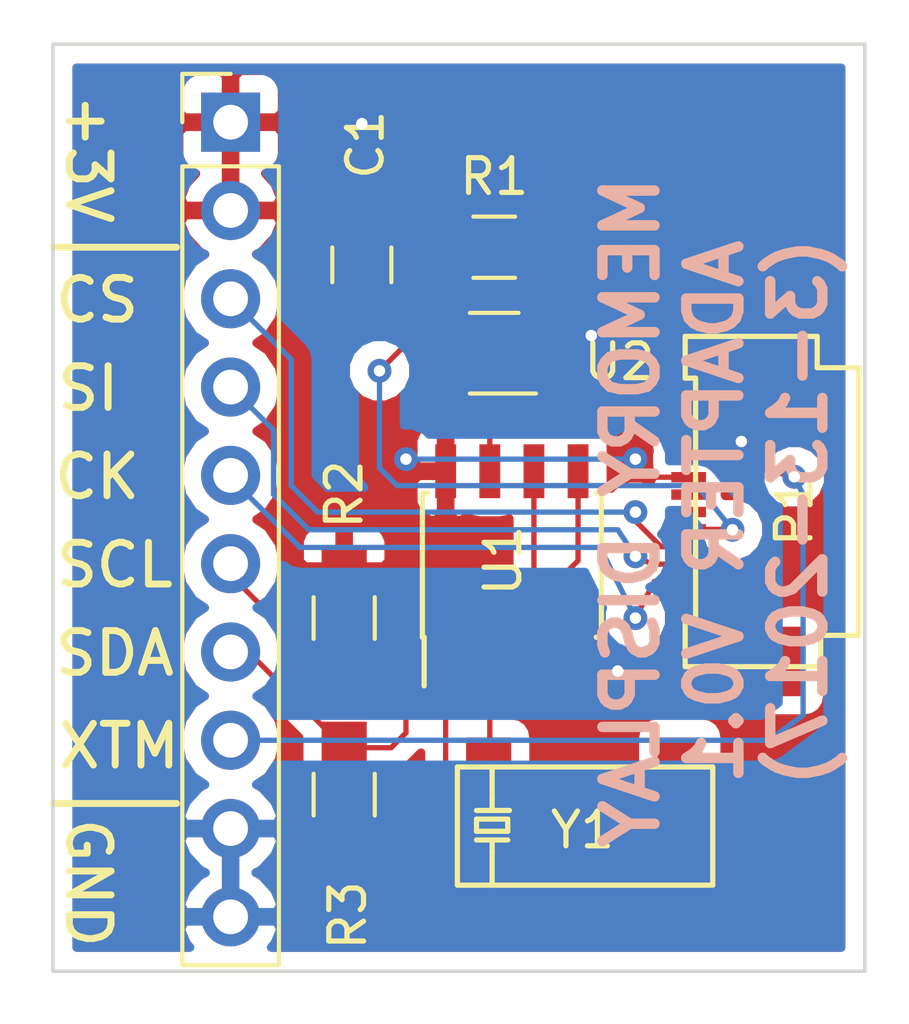
<source format=kicad_pcb>
(kicad_pcb (version 4) (host pcbnew 4.0.5)

  (general
    (links 30)
    (no_connects 0)
    (area 145.796 56.2166 189.413352 101.6114)
    (thickness 1.6002)
    (drawings 15)
    (tracks 92)
    (zones 0)
    (modules 9)
    (nets 14)
  )

  (page A4)
  (layers
    (0 F.Cu signal)
    (31 B.Cu signal)
    (33 F.Adhes user)
    (34 B.Paste user)
    (35 F.Paste user)
    (36 B.SilkS user)
    (37 F.SilkS user)
    (38 B.Mask user)
    (39 F.Mask user)
    (40 Dwgs.User user)
    (41 Cmts.User user)
    (42 Eco1.User user)
    (43 Eco2.User user)
    (44 Edge.Cuts user)
    (45 Margin user)
    (47 F.CrtYd user)
    (49 F.Fab user hide)
  )

  (setup
    (last_trace_width 0.1524)
    (trace_clearance 0.1524)
    (zone_clearance 0.508)
    (zone_45_only no)
    (trace_min 0.1524)
    (segment_width 0.2)
    (edge_width 0.1)
    (via_size 0.6858)
    (via_drill 0.3302)
    (via_min_size 0.6858)
    (via_min_drill 0.3302)
    (uvia_size 0.762)
    (uvia_drill 0.508)
    (uvias_allowed no)
    (uvia_min_size 0)
    (uvia_min_drill 0)
    (pcb_text_width 0.3)
    (pcb_text_size 1.5 1.5)
    (mod_edge_width 0.15)
    (mod_text_size 1 1)
    (mod_text_width 0.15)
    (pad_size 1.5 1.5)
    (pad_drill 0.6)
    (pad_to_mask_clearance 0)
    (aux_axis_origin 0 0)
    (visible_elements 7FFFFFFF)
    (pcbplotparams
      (layerselection 0x010f0_80000001)
      (usegerberextensions true)
      (excludeedgelayer true)
      (linewidth 0.100000)
      (plotframeref false)
      (viasonmask false)
      (mode 1)
      (useauxorigin false)
      (hpglpennumber 1)
      (hpglpenspeed 20)
      (hpglpendiameter 15)
      (hpglpenoverlay 2)
      (psnegative false)
      (psa4output false)
      (plotreference true)
      (plotvalue true)
      (plotinvisibletext false)
      (padsonsilk false)
      (subtractmaskfromsilk false)
      (outputformat 1)
      (mirror false)
      (drillshape 0)
      (scaleselection 1)
      (outputdirectory C:/Users/dell/Documents/KiCad/mem_disp_adaptor/gerber/))
  )

  (net 0 "")
  (net 1 "(+3.3)")
  (net 2 "(GND)")
  (net 3 VCOM)
  (net 4 SCL)
  (net 5 SDA)
  (net 6 "Net-(R1-Pad2)")
  (net 7 "Net-(U2-Pad1)")
  (net 8 SPI_CS)
  (net 9 SPI_SI)
  (net 10 SPI_CLK)
  (net 11 EXTMODE)
  (net 12 "Net-(U1-Pad1)")
  (net 13 "Net-(U1-Pad2)")

  (net_class Default "This is the default net class."
    (clearance 0.1524)
    (trace_width 0.1524)
    (via_dia 0.6858)
    (via_drill 0.3302)
    (uvia_dia 0.762)
    (uvia_drill 0.508)
    (add_net "(+3.3)")
    (add_net "(GND)")
    (add_net EXTMODE)
    (add_net "Net-(R1-Pad2)")
    (add_net "Net-(U1-Pad1)")
    (add_net "Net-(U1-Pad2)")
    (add_net "Net-(U2-Pad1)")
    (add_net SCL)
    (add_net SDA)
    (add_net SPI_CLK)
    (add_net SPI_CS)
    (add_net SPI_SI)
    (add_net VCOM)
  )

  (module Housings_SOIC:SOIC-8_3.9x4.9mm_Pitch1.27mm (layer F.Cu) (tedit 58C5F624) (tstamp 58BF6801)
    (at 160.528 86.106 90)
    (descr "8-Lead Plastic Small Outline (SN) - Narrow, 3.90 mm Body [SOIC] (see Microchip Packaging Specification 00000049BS.pdf)")
    (tags "SOIC 1.27")
    (path /58BA2295)
    (attr smd)
    (fp_text reference U1 (at 0.13 -0.256 90) (layer F.SilkS)
      (effects (font (size 1 1) (thickness 0.15)))
    )
    (fp_text value MCP7940N-I/SN (at -12.446 22.352 180) (layer F.Fab) hide
      (effects (font (size 1 1) (thickness 0.15)))
    )
    (fp_line (start -0.95 -2.45) (end 1.95 -2.45) (layer F.Fab) (width 0.15))
    (fp_line (start 1.95 -2.45) (end 1.95 2.45) (layer F.Fab) (width 0.15))
    (fp_line (start 1.95 2.45) (end -1.95 2.45) (layer F.Fab) (width 0.15))
    (fp_line (start -1.95 2.45) (end -1.95 -1.45) (layer F.Fab) (width 0.15))
    (fp_line (start -1.95 -1.45) (end -0.95 -2.45) (layer F.Fab) (width 0.15))
    (fp_line (start -3.75 -2.75) (end -3.75 2.75) (layer F.CrtYd) (width 0.05))
    (fp_line (start 3.75 -2.75) (end 3.75 2.75) (layer F.CrtYd) (width 0.05))
    (fp_line (start -3.75 -2.75) (end 3.75 -2.75) (layer F.CrtYd) (width 0.05))
    (fp_line (start -3.75 2.75) (end 3.75 2.75) (layer F.CrtYd) (width 0.05))
    (fp_line (start -2.075 -2.575) (end -2.075 -2.525) (layer F.SilkS) (width 0.15))
    (fp_line (start 2.075 -2.575) (end 2.075 -2.43) (layer F.SilkS) (width 0.15))
    (fp_line (start 2.075 2.575) (end 2.075 2.43) (layer F.SilkS) (width 0.15))
    (fp_line (start -2.075 2.575) (end -2.075 2.43) (layer F.SilkS) (width 0.15))
    (fp_line (start -2.075 -2.575) (end 2.075 -2.575) (layer F.SilkS) (width 0.15))
    (fp_line (start -2.075 2.575) (end 2.075 2.575) (layer F.SilkS) (width 0.15))
    (fp_line (start -2.075 -2.525) (end -3.475 -2.525) (layer F.SilkS) (width 0.15))
    (pad 1 smd rect (at -2.7 -1.905 90) (size 1.55 0.6) (layers F.Cu F.Paste F.Mask)
      (net 12 "Net-(U1-Pad1)"))
    (pad 2 smd rect (at -2.7 -0.635 90) (size 1.55 0.6) (layers F.Cu F.Paste F.Mask)
      (net 13 "Net-(U1-Pad2)"))
    (pad 3 smd rect (at -2.7 0.635 90) (size 1.55 0.6) (layers F.Cu F.Paste F.Mask)
      (net 2 "(GND)"))
    (pad 4 smd rect (at -2.7 1.905 90) (size 1.55 0.6) (layers F.Cu F.Paste F.Mask)
      (net 2 "(GND)"))
    (pad 5 smd rect (at 2.7 1.905 90) (size 1.55 0.6) (layers F.Cu F.Paste F.Mask)
      (net 5 SDA))
    (pad 6 smd rect (at 2.7 0.635 90) (size 1.55 0.6) (layers F.Cu F.Paste F.Mask)
      (net 4 SCL))
    (pad 7 smd rect (at 2.7 -0.635 90) (size 1.55 0.6) (layers F.Cu F.Paste F.Mask)
      (net 6 "Net-(R1-Pad2)"))
    (pad 8 smd rect (at 2.7 -1.905 90) (size 1.55 0.6) (layers F.Cu F.Paste F.Mask)
      (net 1 "(+3.3)"))
    (model Housings_SOIC.3dshapes/SOIC-8_3.9x4.9mm_Pitch1.27mm.wrl
      (at (xyz 0 0 0))
      (scale (xyz 1 1 1))
      (rotate (xyz 0 0 0))
    )
  )

  (module Connector_FFC_FPC:MOLEX_0.5MM_505278 (layer F.Cu) (tedit 58C56277) (tstamp 58BF6BA1)
    (at 166.116 84.328 90)
    (path /58B48629)
    (fp_text reference P1 (at -0.254 2.54 90) (layer F.SilkS)
      (effects (font (size 1 1) (thickness 0.15)))
    )
    (fp_text value CONN_01X10 (at 5.842 13.462 180) (layer F.Fab) hide
      (effects (font (size 1 1) (thickness 0.15)))
    )
    (fp_line (start 2.5 -0.3) (end 3.6 -0.3) (layer F.SilkS) (width 0.15))
    (fp_line (start 3.6 -0.3) (end 3.6 -0.6) (layer F.SilkS) (width 0.15))
    (fp_line (start 3.6 -0.6) (end 4.8 -0.6) (layer F.SilkS) (width 0.15))
    (fp_line (start 4.8 -0.6) (end 4.8 3.2) (layer F.SilkS) (width 0.15))
    (fp_line (start 4.8 3.2) (end 3.9 3.2) (layer F.SilkS) (width 0.15))
    (fp_line (start 3.9 3.2) (end 3.9 4.4) (layer F.SilkS) (width 0.15))
    (fp_line (start 3.9 4.4) (end -3.8 4.4) (layer F.SilkS) (width 0.15))
    (fp_line (start -3.8 4.4) (end -3.8 3.3) (layer F.SilkS) (width 0.15))
    (fp_line (start -3.8 3.3) (end -4.7 3.3) (layer F.SilkS) (width 0.15))
    (fp_line (start -4.7 3.3) (end -4.7 -0.6) (layer F.SilkS) (width 0.15))
    (fp_line (start -4.7 -0.6) (end -3.4 -0.6) (layer F.SilkS) (width 0.15))
    (fp_line (start -3.4 -0.6) (end -3.4 -0.3) (layer F.SilkS) (width 0.15))
    (fp_line (start -3.4 -0.3) (end 2.5 -0.3) (layer F.SilkS) (width 0.15))
    (pad 5 smd rect (at -0.25 -0.5 90) (size 0.3 1) (layers F.Cu F.Paste F.Mask)
      (net 1 "(+3.3)"))
    (pad 4 smd rect (at -0.75 -0.5 90) (size 0.3 1) (layers F.Cu F.Paste F.Mask)
      (net 3 VCOM))
    (pad 3 smd rect (at -1.25 -0.5 90) (size 0.3 1) (layers F.Cu F.Paste F.Mask)
      (net 8 SPI_CS))
    (pad 2 smd rect (at -1.75 -0.5 90) (size 0.3 1) (layers F.Cu F.Paste F.Mask)
      (net 9 SPI_SI))
    (pad 1 smd rect (at -2.25 -0.5 90) (size 0.3 1) (layers F.Cu F.Paste F.Mask)
      (net 10 SPI_CLK))
    (pad 6 smd rect (at 0.25 -0.5 90) (size 0.3 1) (layers F.Cu F.Paste F.Mask)
      (net 1 "(+3.3)"))
    (pad 7 smd rect (at 0.75 -0.5 90) (size 0.3 1) (layers F.Cu F.Paste F.Mask)
      (net 1 "(+3.3)"))
    (pad 8 smd rect (at 1.25 -0.5 90) (size 0.3 1) (layers F.Cu F.Paste F.Mask)
      (net 11 EXTMODE))
    (pad 9 smd rect (at 1.75 -0.5 90) (size 0.3 1) (layers F.Cu F.Paste F.Mask)
      (net 2 "(GND)"))
    (pad 10 smd rect (at 2.25 -0.5 90) (size 0.3 1) (layers F.Cu F.Paste F.Mask)
      (net 2 "(GND)"))
    (pad 11 smd rect (at -4.55 2.2 90) (size 2 1.3) (layers F.Cu F.Paste F.Mask))
    (pad 12 smd rect (at 4.55 2.2 90) (size 2 1.3) (layers F.Cu F.Paste F.Mask))
  )

  (module Capacitors_SMD:C_0805_HandSoldering (layer F.Cu) (tedit 58C5F627) (tstamp 58BCC1C3)
    (at 156.21 77.47 90)
    (descr "Capacitor SMD 0805, hand soldering")
    (tags "capacitor 0805")
    (path /58B4E5B2)
    (attr smd)
    (fp_text reference C1 (at 3.454 0.102 90) (layer F.SilkS)
      (effects (font (size 1 1) (thickness 0.15)))
    )
    (fp_text value 0.1uF (at 10.566 0.61 180) (layer F.Fab) hide
      (effects (font (size 1 1) (thickness 0.15)))
    )
    (fp_text user %R (at 9.906 14.224 90) (layer F.Fab) hide
      (effects (font (size 1 1) (thickness 0.15)))
    )
    (fp_line (start -1 0.62) (end -1 -0.62) (layer F.Fab) (width 0.1))
    (fp_line (start 1 0.62) (end -1 0.62) (layer F.Fab) (width 0.1))
    (fp_line (start 1 -0.62) (end 1 0.62) (layer F.Fab) (width 0.1))
    (fp_line (start -1 -0.62) (end 1 -0.62) (layer F.Fab) (width 0.1))
    (fp_line (start 0.5 -0.85) (end -0.5 -0.85) (layer F.SilkS) (width 0.12))
    (fp_line (start -0.5 0.85) (end 0.5 0.85) (layer F.SilkS) (width 0.12))
    (fp_line (start -2.25 -0.88) (end 2.25 -0.88) (layer F.CrtYd) (width 0.05))
    (fp_line (start -2.25 -0.88) (end -2.25 0.87) (layer F.CrtYd) (width 0.05))
    (fp_line (start 2.25 0.87) (end 2.25 -0.88) (layer F.CrtYd) (width 0.05))
    (fp_line (start 2.25 0.87) (end -2.25 0.87) (layer F.CrtYd) (width 0.05))
    (pad 1 smd rect (at -1.25 0 90) (size 1.5 1.25) (layers F.Cu F.Paste F.Mask)
      (net 1 "(+3.3)"))
    (pad 2 smd rect (at 1.25 0 90) (size 1.5 1.25) (layers F.Cu F.Paste F.Mask)
      (net 2 "(GND)"))
    (model Capacitors_SMD.3dshapes/C_0805.wrl
      (at (xyz 0 0 0))
      (scale (xyz 1 1 1))
      (rotate (xyz 0 0 0))
    )
  )

  (module Resistors_SMD:R_0805_HandSoldering (layer F.Cu) (tedit 58C71B19) (tstamp 58BCC1F4)
    (at 160.02 76.962)
    (descr "Resistor SMD 0805, hand soldering")
    (tags "resistor 0805")
    (path /58BA5B73)
    (attr smd)
    (fp_text reference R1 (at 0 -2.032) (layer F.SilkS)
      (effects (font (size 1 1) (thickness 0.15)))
    )
    (fp_text value 1M (at 17.316 -12.658) (layer F.Fab) hide
      (effects (font (size 1 1) (thickness 0.15)))
    )
    (fp_text user %R (at 14.478 2.54) (layer F.Fab) hide
      (effects (font (size 1 1) (thickness 0.15)))
    )
    (fp_line (start -1 0.62) (end -1 -0.62) (layer F.Fab) (width 0.1))
    (fp_line (start 1 0.62) (end -1 0.62) (layer F.Fab) (width 0.1))
    (fp_line (start 1 -0.62) (end 1 0.62) (layer F.Fab) (width 0.1))
    (fp_line (start -1 -0.62) (end 1 -0.62) (layer F.Fab) (width 0.1))
    (fp_line (start 0.6 0.88) (end -0.6 0.88) (layer F.SilkS) (width 0.12))
    (fp_line (start -0.6 -0.88) (end 0.6 -0.88) (layer F.SilkS) (width 0.12))
    (fp_line (start -2.35 -0.9) (end 2.35 -0.9) (layer F.CrtYd) (width 0.05))
    (fp_line (start -2.35 -0.9) (end -2.35 0.9) (layer F.CrtYd) (width 0.05))
    (fp_line (start 2.35 0.9) (end 2.35 -0.9) (layer F.CrtYd) (width 0.05))
    (fp_line (start 2.35 0.9) (end -2.35 0.9) (layer F.CrtYd) (width 0.05))
    (pad 1 smd rect (at -1.35 0) (size 1.5 1.3) (layers F.Cu F.Paste F.Mask)
      (net 1 "(+3.3)"))
    (pad 2 smd rect (at 1.35 0) (size 1.5 1.3) (layers F.Cu F.Paste F.Mask)
      (net 6 "Net-(R1-Pad2)"))
    (model Resistors_SMD.3dshapes/R_0805.wrl
      (at (xyz 0 0 0))
      (scale (xyz 1 1 1))
      (rotate (xyz 0 0 0))
    )
  )

  (module TO_SOT_Packages_SMD:SOT-353_SC-70-5_Handsoldering (layer F.Cu) (tedit 58C0B4A9) (tstamp 58BCC209)
    (at 160.02 80.01 180)
    (descr "SOT-353, SC-70-5, Handsoldering")
    (path /58BA524F)
    (attr smd)
    (fp_text reference U2 (at -3.6 -0.248 180) (layer F.SilkS)
      (effects (font (size 1 1) (thickness 0.15)))
    )
    (fp_text value 74HC1G14GW (at -12.236 22.866 180) (layer F.Fab) hide
      (effects (font (size 1 1) (thickness 0.15)))
    )
    (fp_line (start 0.7 -1.16) (end -1.2 -1.16) (layer F.SilkS) (width 0.12))
    (fp_line (start -0.7 1.16) (end 0.7 1.16) (layer F.SilkS) (width 0.12))
    (fp_line (start 2.4 1.4) (end 2.4 -1.4) (layer F.CrtYd) (width 0.05))
    (fp_line (start -2.4 -1.4) (end -2.4 1.4) (layer F.CrtYd) (width 0.05))
    (fp_line (start -2.4 -1.4) (end 2.4 -1.4) (layer F.CrtYd) (width 0.05))
    (fp_line (start 0.675 -1.1) (end -0.175 -1.1) (layer F.Fab) (width 0.1))
    (fp_line (start -0.675 -0.6) (end -0.675 1.1) (layer F.Fab) (width 0.1))
    (fp_line (start -1.6 1.4) (end 1.6 1.4) (layer F.CrtYd) (width 0.05))
    (fp_line (start 0.675 -1.1) (end 0.675 1.1) (layer F.Fab) (width 0.1))
    (fp_line (start 0.675 1.1) (end -0.675 1.1) (layer F.Fab) (width 0.1))
    (fp_line (start -0.175 -1.1) (end -0.675 -0.6) (layer F.Fab) (width 0.1))
    (pad 1 smd rect (at -1.33 -0.65 180) (size 1.5 0.4) (layers F.Cu F.Paste F.Mask)
      (net 7 "Net-(U2-Pad1)"))
    (pad 2 smd rect (at -1.33 0 180) (size 1.5 0.4) (layers F.Cu F.Paste F.Mask)
      (net 6 "Net-(R1-Pad2)"))
    (pad 3 smd rect (at -1.33 0.65 180) (size 1.5 0.4) (layers F.Cu F.Paste F.Mask)
      (net 2 "(GND)"))
    (pad 4 smd rect (at 1.33 0.65 180) (size 1.5 0.4) (layers F.Cu F.Paste F.Mask)
      (net 3 VCOM))
    (pad 5 smd rect (at 1.33 -0.65 180) (size 1.5 0.4) (layers F.Cu F.Paste F.Mask)
      (net 1 "(+3.3)"))
    (model TO_SOT_Packages_SMD.3dshapes/SC-70-5.wrl
      (at (xyz 0 0 0))
      (scale (xyz 1 1 1))
      (rotate (xyz 0 0 0))
    )
  )

  (module Resistors_SMD:R_0805_HandSoldering (layer F.Cu) (tedit 58C55D9B) (tstamp 58BF5BED)
    (at 155.702 87.63 270)
    (descr "Resistor SMD 0805, hand soldering")
    (tags "resistor 0805")
    (path /58BF5DED)
    (attr smd)
    (fp_text reference R2 (at -3.556 0 270) (layer F.SilkS)
      (effects (font (size 1 1) (thickness 0.15)))
    )
    (fp_text value 4.7K (at -22.098 -6.604 360) (layer F.Fab) hide
      (effects (font (size 1 1) (thickness 0.15)))
    )
    (fp_text user %R (at 0 -1.7 270) (layer F.Fab)
      (effects (font (size 1 1) (thickness 0.15)))
    )
    (fp_line (start -1 0.62) (end -1 -0.62) (layer F.Fab) (width 0.1))
    (fp_line (start 1 0.62) (end -1 0.62) (layer F.Fab) (width 0.1))
    (fp_line (start 1 -0.62) (end 1 0.62) (layer F.Fab) (width 0.1))
    (fp_line (start -1 -0.62) (end 1 -0.62) (layer F.Fab) (width 0.1))
    (fp_line (start 0.6 0.88) (end -0.6 0.88) (layer F.SilkS) (width 0.12))
    (fp_line (start -0.6 -0.88) (end 0.6 -0.88) (layer F.SilkS) (width 0.12))
    (fp_line (start -2.35 -0.9) (end 2.35 -0.9) (layer F.CrtYd) (width 0.05))
    (fp_line (start -2.35 -0.9) (end -2.35 0.9) (layer F.CrtYd) (width 0.05))
    (fp_line (start 2.35 0.9) (end 2.35 -0.9) (layer F.CrtYd) (width 0.05))
    (fp_line (start 2.35 0.9) (end -2.35 0.9) (layer F.CrtYd) (width 0.05))
    (pad 1 smd rect (at -1.35 0 270) (size 1.5 1.3) (layers F.Cu F.Paste F.Mask)
      (net 1 "(+3.3)"))
    (pad 2 smd rect (at 1.35 0 270) (size 1.5 1.3) (layers F.Cu F.Paste F.Mask)
      (net 4 SCL))
    (model Resistors_SMD.3dshapes/R_0805.wrl
      (at (xyz 0 0 0))
      (scale (xyz 1 1 1))
      (rotate (xyz 0 0 0))
    )
  )

  (module Resistors_SMD:R_0805_HandSoldering (layer F.Cu) (tedit 58C56D22) (tstamp 58BF5BF3)
    (at 155.702 92.71 90)
    (descr "Resistor SMD 0805, hand soldering")
    (tags "resistor 0805")
    (path /58BF5D82)
    (attr smd)
    (fp_text reference R3 (at -3.472 0.102 90) (layer F.SilkS)
      (effects (font (size 1 1) (thickness 0.15)))
    )
    (fp_text value 4.7K (at 27.178 10.16 180) (layer F.Fab) hide
      (effects (font (size 1 1) (thickness 0.15)))
    )
    (fp_text user %R (at -8.382 1.27 180) (layer F.Fab) hide
      (effects (font (size 1 1) (thickness 0.15)))
    )
    (fp_line (start -1 0.62) (end -1 -0.62) (layer F.Fab) (width 0.1))
    (fp_line (start 1 0.62) (end -1 0.62) (layer F.Fab) (width 0.1))
    (fp_line (start 1 -0.62) (end 1 0.62) (layer F.Fab) (width 0.1))
    (fp_line (start -1 -0.62) (end 1 -0.62) (layer F.Fab) (width 0.1))
    (fp_line (start 0.6 0.88) (end -0.6 0.88) (layer F.SilkS) (width 0.12))
    (fp_line (start -0.6 -0.88) (end 0.6 -0.88) (layer F.SilkS) (width 0.12))
    (fp_line (start -2.35 -0.9) (end 2.35 -0.9) (layer F.CrtYd) (width 0.05))
    (fp_line (start -2.35 -0.9) (end -2.35 0.9) (layer F.CrtYd) (width 0.05))
    (fp_line (start 2.35 0.9) (end 2.35 -0.9) (layer F.CrtYd) (width 0.05))
    (fp_line (start 2.35 0.9) (end -2.35 0.9) (layer F.CrtYd) (width 0.05))
    (pad 1 smd rect (at -1.35 0 90) (size 1.5 1.3) (layers F.Cu F.Paste F.Mask)
      (net 1 "(+3.3)"))
    (pad 2 smd rect (at 1.35 0 90) (size 1.5 1.3) (layers F.Cu F.Paste F.Mask)
      (net 5 SDA))
    (model Resistors_SMD.3dshapes/R_0805.wrl
      (at (xyz 0 0 0))
      (scale (xyz 1 1 1))
      (rotate (xyz 0 0 0))
    )
  )

  (module Pin_Headers:Pin_Header_Straight_1x10_Pitch2.54mm (layer F.Cu) (tedit 58C71AE1) (tstamp 58BF6BAF)
    (at 152.433333 73.365)
    (descr "Through hole straight pin header, 1x10, 2.54mm pitch, single row")
    (tags "Through hole pin header THT 1x10 2.54mm single row")
    (path /58BB7F6B)
    (fp_text reference P2 (at -0.287333 -6.817) (layer F.SilkS) hide
      (effects (font (size 1 1) (thickness 0.15)))
    )
    (fp_text value CONN_01X10 (at 29.938667 27.219) (layer F.Fab) hide
      (effects (font (size 1 1) (thickness 0.15)))
    )
    (fp_line (start -1.27 -1.27) (end -1.27 24.13) (layer F.Fab) (width 0.1))
    (fp_line (start -1.27 24.13) (end 1.27 24.13) (layer F.Fab) (width 0.1))
    (fp_line (start 1.27 24.13) (end 1.27 -1.27) (layer F.Fab) (width 0.1))
    (fp_line (start 1.27 -1.27) (end -1.27 -1.27) (layer F.Fab) (width 0.1))
    (fp_line (start -1.39 1.27) (end -1.39 24.25) (layer F.SilkS) (width 0.12))
    (fp_line (start -1.39 24.25) (end 1.39 24.25) (layer F.SilkS) (width 0.12))
    (fp_line (start 1.39 24.25) (end 1.39 1.27) (layer F.SilkS) (width 0.12))
    (fp_line (start 1.39 1.27) (end -1.39 1.27) (layer F.SilkS) (width 0.12))
    (fp_line (start -1.39 0) (end -1.39 -1.39) (layer F.SilkS) (width 0.12))
    (fp_line (start -1.39 -1.39) (end 0 -1.39) (layer F.SilkS) (width 0.12))
    (fp_line (start -1.6 -1.6) (end -1.6 24.4) (layer F.CrtYd) (width 0.05))
    (fp_line (start -1.6 24.4) (end 1.6 24.4) (layer F.CrtYd) (width 0.05))
    (fp_line (start 1.6 24.4) (end 1.6 -1.6) (layer F.CrtYd) (width 0.05))
    (fp_line (start 1.6 -1.6) (end -1.6 -1.6) (layer F.CrtYd) (width 0.05))
    (pad 1 thru_hole rect (at 0 0) (size 1.7 1.7) (drill 1) (layers *.Cu *.Mask)
      (net 1 "(+3.3)"))
    (pad 2 thru_hole oval (at 0 2.54) (size 1.7 1.7) (drill 1) (layers *.Cu *.Mask)
      (net 1 "(+3.3)"))
    (pad 3 thru_hole oval (at 0 5.08) (size 1.7 1.7) (drill 1) (layers *.Cu *.Mask)
      (net 8 SPI_CS))
    (pad 4 thru_hole oval (at 0 7.62) (size 1.7 1.7) (drill 1) (layers *.Cu *.Mask)
      (net 9 SPI_SI))
    (pad 5 thru_hole oval (at 0 10.16) (size 1.7 1.7) (drill 1) (layers *.Cu *.Mask)
      (net 10 SPI_CLK))
    (pad 6 thru_hole oval (at 0 12.7) (size 1.7 1.7) (drill 1) (layers *.Cu *.Mask)
      (net 4 SCL))
    (pad 7 thru_hole oval (at 0 15.24) (size 1.7 1.7) (drill 1) (layers *.Cu *.Mask)
      (net 5 SDA))
    (pad 8 thru_hole oval (at 0 17.78) (size 1.7 1.7) (drill 1) (layers *.Cu *.Mask)
      (net 11 EXTMODE))
    (pad 9 thru_hole oval (at 0 20.32) (size 1.7 1.7) (drill 1) (layers *.Cu *.Mask)
      (net 2 "(GND)"))
    (pad 10 thru_hole oval (at 0 22.86) (size 1.7 1.7) (drill 1) (layers *.Cu *.Mask)
      (net 2 "(GND)"))
    (model Pin_Headers.3dshapes/Pin_Header_Straight_1x10_Pitch2.54mm.wrl
      (at (xyz 0 -0.45 0))
      (scale (xyz 1 1 1))
      (rotate (xyz 0 0 90))
    )
  )

  (module Crystals:Crystal_SMD_Citizen_CM200C_7.9_x_3.7 (layer F.Cu) (tedit 58C71B0E) (tstamp 58C0F897)
    (at 162.56 92.964)
    (path /58BA2874)
    (fp_text reference Y1 (at 0 0.762) (layer F.SilkS)
      (effects (font (size 1 1) (thickness 0.15)))
    )
    (fp_text value 32.768kHz (at 17.526 -16.51 180) (layer F.Fab) hide
      (effects (font (size 1 1) (thickness 0.15)))
    )
    (fp_line (start 3.85 -2.1) (end 3.85 -1.95) (layer F.CrtYd) (width 0.05))
    (fp_line (start 3.85 3.25) (end 3.85 3.4) (layer F.CrtYd) (width 0.05))
    (fp_line (start -3.7 3.25) (end -3.7 3.4) (layer F.CrtYd) (width 0.05))
    (fp_line (start -3.7 -2.1) (end -3.7 -1.95) (layer F.CrtYd) (width 0.05))
    (fp_line (start 3.85 -1.95) (end 3.85 3.25) (layer F.CrtYd) (width 0.05))
    (fp_line (start 3.85 3.4) (end -3.7 3.4) (layer F.CrtYd) (width 0.05))
    (fp_line (start -3.7 3.25) (end -3.7 -1.95) (layer F.CrtYd) (width 0.05))
    (fp_line (start -3.7 -2.1) (end 3.85 -2.1) (layer F.CrtYd) (width 0.05))
    (fp_line (start -2.6 1.45) (end -2.6 1.05) (layer F.SilkS) (width 0.15))
    (fp_line (start -2.6 -0.2) (end -2.6 0.2) (layer F.SilkS) (width 0.15))
    (fp_line (start -3.05 1.05) (end -2.15 1.05) (layer F.SilkS) (width 0.15))
    (fp_line (start -3.05 0.2) (end -2.1 0.2) (layer F.SilkS) (width 0.15))
    (fp_line (start -3.05 0.45) (end -2.15 0.45) (layer F.SilkS) (width 0.15))
    (fp_line (start -2.15 0.45) (end -2.15 0.8) (layer F.SilkS) (width 0.15))
    (fp_line (start -2.15 0.8) (end -3.05 0.8) (layer F.SilkS) (width 0.15))
    (fp_line (start -3.05 0.8) (end -3.05 0.45) (layer F.SilkS) (width 0.15))
    (fp_line (start -2.6 -0.1) (end -2.6 -1) (layer F.SilkS) (width 0.15))
    (fp_line (start -2.6 2.35) (end -2.6 1.35) (layer F.SilkS) (width 0.15))
    (fp_line (start -3.6 -1.05) (end 3.75 -1.05) (layer F.SilkS) (width 0.15))
    (fp_line (start 3.75 -1.05) (end 3.75 2.35) (layer F.SilkS) (width 0.15))
    (fp_line (start 3.75 2.35) (end -3.6 2.35) (layer F.SilkS) (width 0.15))
    (fp_line (start -3.6 2.35) (end -3.6 -1.05) (layer F.SilkS) (width 0.15))
    (pad 2 smd rect (at -2.7 -0.95) (size 1.3 1.9) (layers F.Cu F.Paste F.Mask)
      (net 13 "Net-(U1-Pad2)"))
    (pad 3 smd rect (at 2.8 -0.95) (size 1.3 1.9) (layers F.Cu F.Paste F.Mask))
    (pad 4 smd rect (at 2.8 2.25) (size 1.3 1.9) (layers F.Cu F.Paste F.Mask))
    (pad 1 smd rect (at -2.7 2.25) (size 1.3 1.9) (layers F.Cu F.Paste F.Mask)
      (net 12 "Net-(U1-Pad1)"))
  )

  (gr_text "MEMORY DISPLAY\nADAPTER V0.1\n(3-13-2017)" (at 166.37 84.582 90) (layer B.SilkS)
    (effects (font (size 1.5 1.5) (thickness 0.3)) (justify mirror))
  )
  (gr_line (start 150.876 76.962) (end 147.32 76.962) (angle 90) (layer F.SilkS) (width 0.2))
  (gr_line (start 150.876 92.964) (end 147.32 92.964) (angle 90) (layer F.SilkS) (width 0.2))
  (gr_line (start 170.688 97.79) (end 147.32 97.79) (angle 90) (layer Edge.Cuts) (width 0.1))
  (gr_line (start 170.688 71.12) (end 170.688 97.79) (angle 90) (layer Edge.Cuts) (width 0.1))
  (gr_line (start 147.32 71.12) (end 170.688 71.12) (angle 90) (layer Edge.Cuts) (width 0.1))
  (gr_line (start 147.32 97.79) (end 147.32 71.12) (angle 90) (layer Edge.Cuts) (width 0.1))
  (gr_text XTM (at 149.225 91.313) (layer F.SilkS)
    (effects (font (size 1.2 1.2) (thickness 0.2)))
  )
  (gr_text SDA (at 149.098 88.646) (layer F.SilkS)
    (effects (font (size 1.2 1.2) (thickness 0.2)))
  )
  (gr_text SCL (at 149.098 86.106) (layer F.SilkS)
    (effects (font (size 1.2 1.2) (thickness 0.2)))
  )
  (gr_text CK (at 148.59 83.566) (layer F.SilkS)
    (effects (font (size 1.2 1.2) (thickness 0.2)))
  )
  (gr_text SI (at 148.336 81.026) (layer F.SilkS)
    (effects (font (size 1.2 1.2) (thickness 0.2)))
  )
  (gr_text CS (at 148.59 78.486) (layer F.SilkS)
    (effects (font (size 1.2 1.2) (thickness 0.2)))
  )
  (gr_text +3V (at 148.336 74.422 270) (layer F.SilkS)
    (effects (font (size 1.2 1.2) (thickness 0.2)))
  )
  (gr_text GND (at 148.336 95.25 270) (layer F.SilkS)
    (effects (font (size 1.2 1.2) (thickness 0.2)))
  )

  (segment (start 165.616 83.578) (end 164.604 83.578) (width 0.1524) (layer F.Cu) (net 1))
  (via (at 157.48 83.058) (size 0.6858) (drill 0.3302) (layers F.Cu B.Cu) (net 1))
  (segment (start 164.084 83.058) (end 157.48 83.058) (width 0.1524) (layer B.Cu) (net 1) (tstamp 58C71A51))
  (via (at 164.084 83.058) (size 0.6858) (drill 0.3302) (layers F.Cu B.Cu) (net 1))
  (segment (start 164.604 83.578) (end 164.084 83.058) (width 0.1524) (layer F.Cu) (net 1) (tstamp 58C71A3D))
  (segment (start 165.616 84.578) (end 165.616 84.078) (width 0.1524) (layer F.Cu) (net 1))
  (segment (start 165.616 83.578) (end 165.616 84.078) (width 0.1524) (layer F.Cu) (net 1))
  (segment (start 161.35 79.36) (end 162.672 79.36) (width 0.1524) (layer F.Cu) (net 2))
  (via (at 162.814 79.502) (size 0.6858) (drill 0.3302) (layers F.Cu B.Cu) (net 2))
  (segment (start 162.672 79.36) (end 162.814 79.502) (width 0.1524) (layer F.Cu) (net 2) (tstamp 58C71954))
  (segment (start 161.163 88.806) (end 162.433 88.806) (width 0.1524) (layer F.Cu) (net 2))
  (segment (start 162.433 88.806) (end 163.228 88.806) (width 0.1524) (layer F.Cu) (net 2))
  (via (at 163.576 89.154) (size 0.6858) (drill 0.3302) (layers F.Cu B.Cu) (net 2))
  (segment (start 163.228 88.806) (end 163.576 89.154) (width 0.1524) (layer F.Cu) (net 2) (tstamp 58C71906))
  (segment (start 165.616 82.578) (end 167.104 82.578) (width 0.1524) (layer F.Cu) (net 2))
  (via (at 167.132 82.55) (size 0.6858) (drill 0.3302) (layers F.Cu B.Cu) (net 2))
  (segment (start 167.104 82.578) (end 167.132 82.55) (width 0.1524) (layer F.Cu) (net 2) (tstamp 58C7145D))
  (segment (start 165.616 82.078) (end 165.616 82.578) (width 0.1524) (layer F.Cu) (net 2))
  (segment (start 156.21 76.22) (end 156.21 73.406) (width 0.1524) (layer F.Cu) (net 2))
  (via (at 156.21 73.406) (size 0.6858) (drill 0.3302) (layers F.Cu B.Cu) (net 2))
  (segment (start 165.616 85.078) (end 166.866 85.078) (width 0.1524) (layer F.Cu) (net 3))
  (segment (start 157.876 79.36) (end 158.69 79.36) (width 0.1524) (layer F.Cu) (net 3) (tstamp 58C717B2))
  (segment (start 156.718 80.518) (end 157.876 79.36) (width 0.1524) (layer F.Cu) (net 3) (tstamp 58C717B1))
  (via (at 156.718 80.518) (size 0.6858) (drill 0.3302) (layers F.Cu B.Cu) (net 3))
  (segment (start 156.718 83.312) (end 156.718 80.518) (width 0.1524) (layer B.Cu) (net 3) (tstamp 58C7179D))
  (segment (start 157.226 83.82) (end 156.718 83.312) (width 0.1524) (layer B.Cu) (net 3) (tstamp 58C7179B))
  (segment (start 165.862 83.82) (end 157.226 83.82) (width 0.1524) (layer B.Cu) (net 3) (tstamp 58C7178C))
  (segment (start 166.878 85.09) (end 165.862 83.82) (width 0.1524) (layer B.Cu) (net 3) (tstamp 58C7178B))
  (via (at 166.878 85.09) (size 0.6858) (drill 0.3302) (layers F.Cu B.Cu) (net 3))
  (segment (start 166.866 85.078) (end 166.878 85.09) (width 0.1524) (layer F.Cu) (net 3) (tstamp 58C71787))
  (segment (start 161.163 83.406) (end 161.163 86.487) (width 0.1524) (layer F.Cu) (net 4))
  (segment (start 157.988 87.122) (end 156.13 88.98) (width 0.1524) (layer F.Cu) (net 4) (tstamp 58C716C6))
  (segment (start 160.528 87.122) (end 157.988 87.122) (width 0.1524) (layer F.Cu) (net 4) (tstamp 58C716B6))
  (segment (start 161.163 86.487) (end 160.528 87.122) (width 0.1524) (layer F.Cu) (net 4) (tstamp 58C716AF))
  (segment (start 156.13 88.98) (end 155.702 88.98) (width 0.1524) (layer F.Cu) (net 4) (tstamp 58C716CE))
  (segment (start 155.702 88.98) (end 156.036 88.98) (width 0.1524) (layer F.Cu) (net 4))
  (segment (start 152.433333 86.065) (end 152.433333 86.393333) (width 0.1524) (layer F.Cu) (net 4))
  (segment (start 152.433333 86.393333) (end 155.02 88.98) (width 0.1524) (layer F.Cu) (net 4) (tstamp 58C56A41))
  (segment (start 155.02 88.98) (end 155.702 88.98) (width 0.1524) (layer F.Cu) (net 4) (tstamp 58C56A47))
  (segment (start 162.433 83.406) (end 162.433 85.979) (width 0.1524) (layer F.Cu) (net 5))
  (segment (start 157.052 91.36) (end 155.702 91.36) (width 0.1524) (layer F.Cu) (net 5) (tstamp 58C716A7))
  (segment (start 157.48 90.932) (end 157.052 91.36) (width 0.1524) (layer F.Cu) (net 5) (tstamp 58C716A5))
  (segment (start 157.48 88.138) (end 157.48 90.932) (width 0.1524) (layer F.Cu) (net 5) (tstamp 58C716A2))
  (segment (start 157.988 87.63) (end 157.48 88.138) (width 0.1524) (layer F.Cu) (net 5) (tstamp 58C7169F))
  (segment (start 160.782 87.63) (end 157.988 87.63) (width 0.1524) (layer F.Cu) (net 5) (tstamp 58C7169A))
  (segment (start 162.433 85.979) (end 160.782 87.63) (width 0.1524) (layer F.Cu) (net 5) (tstamp 58C7168E))
  (segment (start 152.433333 88.605) (end 152.947 88.605) (width 0.1524) (layer F.Cu) (net 5))
  (segment (start 152.947 88.605) (end 155.702 91.36) (width 0.1524) (layer F.Cu) (net 5) (tstamp 58C56A29))
  (segment (start 161.37 76.962) (end 161.036 76.962) (width 0.1524) (layer F.Cu) (net 6))
  (segment (start 161.036 76.962) (end 160.274 77.724) (width 0.1524) (layer F.Cu) (net 6) (tstamp 58C71737))
  (segment (start 160.274 77.724) (end 160.274 80.264) (width 0.1524) (layer F.Cu) (net 6) (tstamp 58C7174C))
  (segment (start 161.35 80.01) (end 160.528 80.01) (width 0.1524) (layer F.Cu) (net 6))
  (segment (start 159.893 82.423) (end 159.893 83.406) (width 0.1524) (layer F.Cu) (net 6) (tstamp 58C71724))
  (segment (start 160.274 82.042) (end 159.893 82.423) (width 0.1524) (layer F.Cu) (net 6) (tstamp 58C7171F))
  (segment (start 160.274 80.264) (end 160.274 82.042) (width 0.1524) (layer F.Cu) (net 6) (tstamp 58C7171B))
  (segment (start 160.528 80.01) (end 160.274 80.264) (width 0.1524) (layer F.Cu) (net 6) (tstamp 58C71717))
  (segment (start 165.616 85.578) (end 164.826 85.578) (width 0.1524) (layer F.Cu) (net 8))
  (segment (start 154.178 80.189667) (end 152.433333 78.445) (width 0.1524) (layer B.Cu) (net 8) (tstamp 58C71667))
  (segment (start 154.178 83.82) (end 154.178 80.189667) (width 0.1524) (layer B.Cu) (net 8) (tstamp 58C71665))
  (segment (start 154.94 84.582) (end 154.178 83.82) (width 0.1524) (layer B.Cu) (net 8) (tstamp 58C7165A))
  (segment (start 164.084 84.582) (end 154.94 84.582) (width 0.1524) (layer B.Cu) (net 8) (tstamp 58C71659))
  (via (at 164.084 84.582) (size 0.6858) (drill 0.3302) (layers F.Cu B.Cu) (net 8))
  (segment (start 164.084 84.836) (end 164.084 84.582) (width 0.1524) (layer F.Cu) (net 8) (tstamp 58C71652))
  (segment (start 164.826 85.578) (end 164.084 84.836) (width 0.1524) (layer F.Cu) (net 8) (tstamp 58C7164B))
  (segment (start 165.616 86.078) (end 164.564 86.078) (width 0.1524) (layer F.Cu) (net 9))
  (segment (start 153.67 82.221667) (end 152.433333 80.985) (width 0.1524) (layer B.Cu) (net 9) (tstamp 58C715FB))
  (segment (start 153.67 84.074) (end 153.67 82.221667) (width 0.1524) (layer B.Cu) (net 9) (tstamp 58C715F6))
  (segment (start 154.686 85.09) (end 153.67 84.074) (width 0.1524) (layer B.Cu) (net 9) (tstamp 58C715F2))
  (segment (start 163.576 85.09) (end 154.686 85.09) (width 0.1524) (layer B.Cu) (net 9) (tstamp 58C715EA))
  (segment (start 164.084 85.852) (end 163.576 85.09) (width 0.1524) (layer B.Cu) (net 9) (tstamp 58C715E9))
  (via (at 164.084 85.852) (size 0.6858) (drill 0.3302) (layers F.Cu B.Cu) (net 9))
  (segment (start 164.564 86.078) (end 164.084 85.852) (width 0.1524) (layer F.Cu) (net 9) (tstamp 58C715C9))
  (segment (start 152.433333 80.985) (end 153.121 80.985) (width 0.1524) (layer F.Cu) (net 9))
  (segment (start 165.616 86.578) (end 164.628 86.578) (width 0.1524) (layer F.Cu) (net 10))
  (segment (start 154.432 85.598) (end 152.433333 83.599333) (width 0.1524) (layer B.Cu) (net 10) (tstamp 58C715BD))
  (segment (start 163.068 85.598) (end 154.432 85.598) (width 0.1524) (layer B.Cu) (net 10) (tstamp 58C715AF))
  (segment (start 164.084 87.63) (end 163.068 85.598) (width 0.1524) (layer B.Cu) (net 10) (tstamp 58C715AE))
  (via (at 164.084 87.63) (size 0.6858) (drill 0.3302) (layers F.Cu B.Cu) (net 10))
  (segment (start 164.628 86.578) (end 164.084 87.63) (width 0.1524) (layer F.Cu) (net 10) (tstamp 58C715A5))
  (segment (start 152.433333 83.599333) (end 152.433333 83.525) (width 0.1524) (layer B.Cu) (net 10) (tstamp 58C715BF))
  (segment (start 165.616 83.078) (end 166.644 83.078) (width 0.1524) (layer F.Cu) (net 11))
  (segment (start 167.935 91.145) (end 152.433333 91.145) (width 0.1524) (layer B.Cu) (net 11) (tstamp 58C71803))
  (segment (start 168.91 90.424) (end 167.935 91.145) (width 0.1524) (layer B.Cu) (net 11) (tstamp 58C71800))
  (segment (start 168.91 84.074) (end 168.91 90.424) (width 0.1524) (layer B.Cu) (net 11) (tstamp 58C717E6))
  (segment (start 168.656 83.566) (end 168.91 84.074) (width 0.1524) (layer B.Cu) (net 11) (tstamp 58C717E5))
  (via (at 168.656 83.566) (size 0.6858) (drill 0.3302) (layers F.Cu B.Cu) (net 11))
  (segment (start 166.644 83.078) (end 168.656 83.566) (width 0.1524) (layer F.Cu) (net 11) (tstamp 58C717D9))
  (segment (start 158.623 88.806) (end 158.623 94.615) (width 0.1524) (layer F.Cu) (net 12))
  (segment (start 158.623 94.615) (end 159.222 95.214) (width 0.1524) (layer F.Cu) (net 12) (tstamp 58C714EE))
  (segment (start 159.222 95.214) (end 159.86 95.214) (width 0.1524) (layer F.Cu) (net 12) (tstamp 58C714EF))
  (segment (start 159.893 88.806) (end 159.893 91.981) (width 0.1524) (layer F.Cu) (net 13))
  (segment (start 159.893 91.981) (end 159.86 92.014) (width 0.1524) (layer F.Cu) (net 13) (tstamp 58C714F1))

  (zone (net 1) (net_name "(+3.3)") (layer F.Cu) (tstamp 58C713BE) (hatch edge 0.508)
    (connect_pads (clearance 0.508))
    (min_thickness 0.254)
    (fill yes (arc_segments 16) (thermal_gap 0.508) (thermal_bridge_width 0.508))
    (polygon
      (pts
        (xy 146.558 70.612) (xy 171.196 70.612) (xy 171.196 98.552) (xy 146.558 98.552)
      )
    )
    (filled_polygon
      (pts
        (xy 170.003 97.105) (xy 153.626106 97.105) (xy 153.834387 96.793285) (xy 153.947426 96.225) (xy 153.834387 95.656715)
        (xy 153.51248 95.174946) (xy 153.183307 94.955) (xy 153.51248 94.735054) (xy 153.772604 94.34575) (xy 154.417 94.34575)
        (xy 154.417 94.936309) (xy 154.513673 95.169698) (xy 154.692301 95.348327) (xy 154.92569 95.445) (xy 155.41625 95.445)
        (xy 155.575 95.28625) (xy 155.575 94.187) (xy 155.829 94.187) (xy 155.829 95.28625) (xy 155.98775 95.445)
        (xy 156.47831 95.445) (xy 156.711699 95.348327) (xy 156.890327 95.169698) (xy 156.987 94.936309) (xy 156.987 94.34575)
        (xy 156.82825 94.187) (xy 155.829 94.187) (xy 155.575 94.187) (xy 154.57575 94.187) (xy 154.417 94.34575)
        (xy 153.772604 94.34575) (xy 153.834387 94.253285) (xy 153.947426 93.685) (xy 153.834387 93.116715) (xy 153.51248 92.634946)
        (xy 153.183307 92.415) (xy 153.51248 92.195054) (xy 153.834387 91.713285) (xy 153.947426 91.145) (xy 153.834387 90.576715)
        (xy 153.676235 90.340024) (xy 154.40456 91.068349) (xy 154.40456 92.11) (xy 154.448838 92.345317) (xy 154.58791 92.561441)
        (xy 154.80011 92.706431) (xy 154.83349 92.713191) (xy 154.692301 92.771673) (xy 154.513673 92.950302) (xy 154.417 93.183691)
        (xy 154.417 93.77425) (xy 154.57575 93.933) (xy 155.575 93.933) (xy 155.575 93.913) (xy 155.829 93.913)
        (xy 155.829 93.933) (xy 156.82825 93.933) (xy 156.987 93.77425) (xy 156.987 93.183691) (xy 156.890327 92.950302)
        (xy 156.711699 92.771673) (xy 156.575713 92.715346) (xy 156.587317 92.713162) (xy 156.803441 92.57409) (xy 156.948431 92.36189)
        (xy 156.99944 92.11) (xy 156.99944 92.0712) (xy 157.052 92.0712) (xy 157.324165 92.017063) (xy 157.554894 91.862894)
        (xy 157.9118 91.505989) (xy 157.9118 94.615) (xy 157.965937 94.887165) (xy 158.120106 95.117894) (xy 158.56256 95.560348)
        (xy 158.56256 96.164) (xy 158.606838 96.399317) (xy 158.74591 96.615441) (xy 158.95811 96.760431) (xy 159.21 96.81144)
        (xy 160.51 96.81144) (xy 160.745317 96.767162) (xy 160.961441 96.62809) (xy 161.106431 96.41589) (xy 161.15744 96.164)
        (xy 161.15744 94.264) (xy 164.06256 94.264) (xy 164.06256 96.164) (xy 164.106838 96.399317) (xy 164.24591 96.615441)
        (xy 164.45811 96.760431) (xy 164.71 96.81144) (xy 166.01 96.81144) (xy 166.245317 96.767162) (xy 166.461441 96.62809)
        (xy 166.606431 96.41589) (xy 166.65744 96.164) (xy 166.65744 94.264) (xy 166.613162 94.028683) (xy 166.47409 93.812559)
        (xy 166.26189 93.667569) (xy 166.01 93.61656) (xy 164.71 93.61656) (xy 164.474683 93.660838) (xy 164.258559 93.79991)
        (xy 164.113569 94.01211) (xy 164.06256 94.264) (xy 161.15744 94.264) (xy 161.113162 94.028683) (xy 160.97409 93.812559)
        (xy 160.76189 93.667569) (xy 160.51 93.61656) (xy 159.3342 93.61656) (xy 159.3342 93.61144) (xy 160.51 93.61144)
        (xy 160.745317 93.567162) (xy 160.961441 93.42809) (xy 161.106431 93.21589) (xy 161.15744 92.964) (xy 161.15744 91.064)
        (xy 164.06256 91.064) (xy 164.06256 92.964) (xy 164.106838 93.199317) (xy 164.24591 93.415441) (xy 164.45811 93.560431)
        (xy 164.71 93.61144) (xy 166.01 93.61144) (xy 166.245317 93.567162) (xy 166.461441 93.42809) (xy 166.606431 93.21589)
        (xy 166.65744 92.964) (xy 166.65744 91.064) (xy 166.613162 90.828683) (xy 166.47409 90.612559) (xy 166.26189 90.467569)
        (xy 166.01 90.41656) (xy 164.71 90.41656) (xy 164.474683 90.460838) (xy 164.258559 90.59991) (xy 164.113569 90.81211)
        (xy 164.06256 91.064) (xy 161.15744 91.064) (xy 161.113162 90.828683) (xy 160.97409 90.612559) (xy 160.76189 90.467569)
        (xy 160.6042 90.435636) (xy 160.6042 90.17271) (xy 160.61111 90.177431) (xy 160.863 90.22844) (xy 161.463 90.22844)
        (xy 161.698317 90.184162) (xy 161.797528 90.120322) (xy 161.88111 90.177431) (xy 162.133 90.22844) (xy 162.733 90.22844)
        (xy 162.968317 90.184162) (xy 163.179553 90.048235) (xy 163.38063 90.13173) (xy 163.769663 90.132069) (xy 164.129212 89.983507)
        (xy 164.40454 89.708659) (xy 164.55373 89.34937) (xy 164.554069 88.960337) (xy 164.405507 88.600788) (xy 164.37332 88.568545)
        (xy 164.637212 88.459507) (xy 164.91254 88.184659) (xy 165.039876 87.878) (xy 167.01856 87.878) (xy 167.01856 89.878)
        (xy 167.062838 90.113317) (xy 167.20191 90.329441) (xy 167.41411 90.474431) (xy 167.666 90.52544) (xy 168.966 90.52544)
        (xy 169.201317 90.481162) (xy 169.417441 90.34209) (xy 169.562431 90.12989) (xy 169.61344 89.878) (xy 169.61344 87.878)
        (xy 169.569162 87.642683) (xy 169.43009 87.426559) (xy 169.21789 87.281569) (xy 168.966 87.23056) (xy 167.666 87.23056)
        (xy 167.430683 87.274838) (xy 167.214559 87.41391) (xy 167.069569 87.62611) (xy 167.01856 87.878) (xy 165.039876 87.878)
        (xy 165.06173 87.82537) (xy 165.062069 87.436337) (xy 165.029685 87.357961) (xy 165.116 87.37544) (xy 166.116 87.37544)
        (xy 166.351317 87.331162) (xy 166.567441 87.19209) (xy 166.712431 86.97989) (xy 166.76344 86.728) (xy 166.76344 86.428)
        (xy 166.743933 86.324329) (xy 166.76344 86.228) (xy 166.76344 86.0678) (xy 167.071663 86.068069) (xy 167.431212 85.919507)
        (xy 167.70654 85.644659) (xy 167.85573 85.28537) (xy 167.856069 84.896337) (xy 167.707507 84.536788) (xy 167.432659 84.26146)
        (xy 167.07337 84.11227) (xy 166.684337 84.111931) (xy 166.674143 84.116143) (xy 166.658344 84.078) (xy 166.751 83.854309)
        (xy 166.751 83.835773) (xy 167.816122 84.094113) (xy 167.826493 84.119212) (xy 168.101341 84.39454) (xy 168.46063 84.54373)
        (xy 168.849663 84.544069) (xy 169.209212 84.395507) (xy 169.48454 84.120659) (xy 169.63373 83.76137) (xy 169.634069 83.372337)
        (xy 169.485507 83.012788) (xy 169.210659 82.73746) (xy 168.85137 82.58827) (xy 168.462337 82.587931) (xy 168.158439 82.713499)
        (xy 168.109768 82.701694) (xy 168.110069 82.356337) (xy 167.961507 81.996788) (xy 167.686659 81.72146) (xy 167.32737 81.57227)
        (xy 166.938337 81.571931) (xy 166.703815 81.668833) (xy 166.58009 81.476559) (xy 166.36789 81.331569) (xy 166.116 81.28056)
        (xy 165.116 81.28056) (xy 164.880683 81.324838) (xy 164.664559 81.46391) (xy 164.519569 81.67611) (xy 164.46856 81.928)
        (xy 164.46856 82.228) (xy 164.488067 82.331671) (xy 164.46856 82.428) (xy 164.46856 82.728) (xy 164.488067 82.831671)
        (xy 164.46856 82.928) (xy 164.46856 83.228) (xy 164.481981 83.299324) (xy 164.481 83.301691) (xy 164.481 83.34425)
        (xy 164.492621 83.355871) (xy 164.512838 83.463317) (xy 164.579329 83.566646) (xy 164.577673 83.568302) (xy 164.521183 83.70468)
        (xy 164.27937 83.60427) (xy 163.890337 83.603931) (xy 163.530788 83.752493) (xy 163.38044 83.902579) (xy 163.38044 82.631)
        (xy 163.336162 82.395683) (xy 163.19709 82.179559) (xy 162.98489 82.034569) (xy 162.733 81.98356) (xy 162.133 81.98356)
        (xy 161.897683 82.027838) (xy 161.798472 82.091678) (xy 161.71489 82.034569) (xy 161.463 81.98356) (xy 160.9852 81.98356)
        (xy 160.9852 81.50744) (xy 162.1 81.50744) (xy 162.335317 81.463162) (xy 162.551441 81.32409) (xy 162.696431 81.11189)
        (xy 162.74744 80.86) (xy 162.74744 80.479842) (xy 163.007663 80.480069) (xy 163.367212 80.331507) (xy 163.64254 80.056659)
        (xy 163.79173 79.69737) (xy 163.792069 79.308337) (xy 163.643507 78.948788) (xy 163.473017 78.778) (xy 167.01856 78.778)
        (xy 167.01856 80.778) (xy 167.062838 81.013317) (xy 167.20191 81.229441) (xy 167.41411 81.374431) (xy 167.666 81.42544)
        (xy 168.966 81.42544) (xy 169.201317 81.381162) (xy 169.417441 81.24209) (xy 169.562431 81.02989) (xy 169.61344 80.778)
        (xy 169.61344 78.778) (xy 169.569162 78.542683) (xy 169.43009 78.326559) (xy 169.21789 78.181569) (xy 168.966 78.13056)
        (xy 167.666 78.13056) (xy 167.430683 78.174838) (xy 167.214559 78.31391) (xy 167.069569 78.52611) (xy 167.01856 78.778)
        (xy 163.473017 78.778) (xy 163.368659 78.67346) (xy 163.00937 78.52427) (xy 162.620337 78.523931) (xy 162.416901 78.607989)
        (xy 162.35189 78.563569) (xy 162.1 78.51256) (xy 160.9852 78.51256) (xy 160.9852 78.25944) (xy 162.12 78.25944)
        (xy 162.355317 78.215162) (xy 162.571441 78.07609) (xy 162.716431 77.86389) (xy 162.76744 77.612) (xy 162.76744 76.312)
        (xy 162.723162 76.076683) (xy 162.58409 75.860559) (xy 162.37189 75.715569) (xy 162.12 75.66456) (xy 160.62 75.66456)
        (xy 160.384683 75.708838) (xy 160.168559 75.84791) (xy 160.023569 76.06011) (xy 160.016809 76.09349) (xy 159.958327 75.952301)
        (xy 159.779698 75.773673) (xy 159.546309 75.677) (xy 158.95575 75.677) (xy 158.797 75.83575) (xy 158.797 76.835)
        (xy 158.817 76.835) (xy 158.817 77.089) (xy 158.797 77.089) (xy 158.797 78.08825) (xy 158.95575 78.247)
        (xy 159.546309 78.247) (xy 159.5628 78.240169) (xy 159.5628 78.537428) (xy 159.44 78.51256) (xy 157.94 78.51256)
        (xy 157.704683 78.556838) (xy 157.488559 78.69591) (xy 157.382882 78.850573) (xy 157.373105 78.857106) (xy 157.347231 78.882981)
        (xy 157.31125 78.847) (xy 156.337 78.847) (xy 156.337 78.867) (xy 156.083 78.867) (xy 156.083 78.847)
        (xy 155.10875 78.847) (xy 154.95 79.00575) (xy 154.95 79.596309) (xy 155.046673 79.829698) (xy 155.225301 80.008327)
        (xy 155.45869 80.105) (xy 155.830638 80.105) (xy 155.74027 80.32263) (xy 155.739931 80.711663) (xy 155.888493 81.071212)
        (xy 156.163341 81.34654) (xy 156.52263 81.49573) (xy 156.911663 81.496069) (xy 157.271212 81.347507) (xy 157.400962 81.217983)
        (xy 157.401673 81.219699) (xy 157.580302 81.398327) (xy 157.813691 81.495) (xy 158.40425 81.495) (xy 158.563 81.33625)
        (xy 158.563 80.76) (xy 158.543 80.76) (xy 158.543 80.56) (xy 158.563 80.56) (xy 158.563 80.513)
        (xy 158.817 80.513) (xy 158.817 80.56) (xy 158.837 80.56) (xy 158.837 80.76) (xy 158.817 80.76)
        (xy 158.817 81.33625) (xy 158.97575 81.495) (xy 159.5628 81.495) (xy 159.5628 81.747412) (xy 159.390106 81.920106)
        (xy 159.288281 82.072497) (xy 159.26702 82.086178) (xy 159.04931 81.996) (xy 158.90875 81.996) (xy 158.75 82.15475)
        (xy 158.75 83.279) (xy 158.77 83.279) (xy 158.77 83.533) (xy 158.75 83.533) (xy 158.75 84.65725)
        (xy 158.90875 84.816) (xy 159.04931 84.816) (xy 159.266122 84.726194) (xy 159.34111 84.777431) (xy 159.593 84.82844)
        (xy 160.193 84.82844) (xy 160.428317 84.784162) (xy 160.4518 84.769051) (xy 160.4518 86.192411) (xy 160.233412 86.4108)
        (xy 157.988 86.4108) (xy 157.715835 86.464937) (xy 157.485106 86.619106) (xy 156.987 87.117212) (xy 156.987 86.56575)
        (xy 156.82825 86.407) (xy 155.829 86.407) (xy 155.829 86.427) (xy 155.575 86.427) (xy 155.575 86.407)
        (xy 154.57575 86.407) (xy 154.417 86.56575) (xy 154.417 87.156309) (xy 154.513673 87.389698) (xy 154.692301 87.568327)
        (xy 154.828287 87.624654) (xy 154.816683 87.626838) (xy 154.72903 87.683241) (xy 153.772177 86.726389) (xy 153.834387 86.633285)
        (xy 153.947426 86.065) (xy 153.834387 85.496715) (xy 153.772231 85.403691) (xy 154.417 85.403691) (xy 154.417 85.99425)
        (xy 154.57575 86.153) (xy 155.575 86.153) (xy 155.575 85.05375) (xy 155.829 85.05375) (xy 155.829 86.153)
        (xy 156.82825 86.153) (xy 156.987 85.99425) (xy 156.987 85.403691) (xy 156.890327 85.170302) (xy 156.711699 84.991673)
        (xy 156.47831 84.895) (xy 155.98775 84.895) (xy 155.829 85.05375) (xy 155.575 85.05375) (xy 155.41625 84.895)
        (xy 154.92569 84.895) (xy 154.692301 84.991673) (xy 154.513673 85.170302) (xy 154.417 85.403691) (xy 153.772231 85.403691)
        (xy 153.51248 85.014946) (xy 153.183307 84.795) (xy 153.51248 84.575054) (xy 153.834387 84.093285) (xy 153.914257 83.69175)
        (xy 157.688 83.69175) (xy 157.688 84.307309) (xy 157.784673 84.540698) (xy 157.963301 84.719327) (xy 158.19669 84.816)
        (xy 158.33725 84.816) (xy 158.496 84.65725) (xy 158.496 83.533) (xy 157.84675 83.533) (xy 157.688 83.69175)
        (xy 153.914257 83.69175) (xy 153.947426 83.525) (xy 153.834387 82.956715) (xy 153.532355 82.504691) (xy 157.688 82.504691)
        (xy 157.688 83.12025) (xy 157.84675 83.279) (xy 158.496 83.279) (xy 158.496 82.15475) (xy 158.33725 81.996)
        (xy 158.19669 81.996) (xy 157.963301 82.092673) (xy 157.784673 82.271302) (xy 157.688 82.504691) (xy 153.532355 82.504691)
        (xy 153.51248 82.474946) (xy 153.183307 82.255) (xy 153.51248 82.035054) (xy 153.834387 81.553285) (xy 153.947426 80.985)
        (xy 153.834387 80.416715) (xy 153.51248 79.934946) (xy 153.183307 79.715) (xy 153.51248 79.495054) (xy 153.834387 79.013285)
        (xy 153.947426 78.445) (xy 153.834387 77.876715) (xy 153.51248 77.394946) (xy 153.17178 77.167298) (xy 153.314691 77.100183)
        (xy 153.704978 76.671924) (xy 153.874809 76.26189) (xy 153.753488 76.032) (xy 152.560333 76.032) (xy 152.560333 76.052)
        (xy 152.306333 76.052) (xy 152.306333 76.032) (xy 151.113178 76.032) (xy 150.991857 76.26189) (xy 151.161688 76.671924)
        (xy 151.551975 77.100183) (xy 151.694886 77.167298) (xy 151.354186 77.394946) (xy 151.032279 77.876715) (xy 150.91924 78.445)
        (xy 151.032279 79.013285) (xy 151.354186 79.495054) (xy 151.683359 79.715) (xy 151.354186 79.934946) (xy 151.032279 80.416715)
        (xy 150.91924 80.985) (xy 151.032279 81.553285) (xy 151.354186 82.035054) (xy 151.683359 82.255) (xy 151.354186 82.474946)
        (xy 151.032279 82.956715) (xy 150.91924 83.525) (xy 151.032279 84.093285) (xy 151.354186 84.575054) (xy 151.683359 84.795)
        (xy 151.354186 85.014946) (xy 151.032279 85.496715) (xy 150.91924 86.065) (xy 151.032279 86.633285) (xy 151.354186 87.115054)
        (xy 151.683359 87.335) (xy 151.354186 87.554946) (xy 151.032279 88.036715) (xy 150.91924 88.605) (xy 151.032279 89.173285)
        (xy 151.354186 89.655054) (xy 151.683359 89.875) (xy 151.354186 90.094946) (xy 151.032279 90.576715) (xy 150.91924 91.145)
        (xy 151.032279 91.713285) (xy 151.354186 92.195054) (xy 151.683359 92.415) (xy 151.354186 92.634946) (xy 151.032279 93.116715)
        (xy 150.91924 93.685) (xy 151.032279 94.253285) (xy 151.354186 94.735054) (xy 151.683359 94.955) (xy 151.354186 95.174946)
        (xy 151.032279 95.656715) (xy 150.91924 96.225) (xy 151.032279 96.793285) (xy 151.24056 97.105) (xy 148.005 97.105)
        (xy 148.005 73.65075) (xy 150.948333 73.65075) (xy 150.948333 74.34131) (xy 151.045006 74.574699) (xy 151.223635 74.753327)
        (xy 151.433211 74.840136) (xy 151.161688 75.138076) (xy 150.991857 75.54811) (xy 151.113178 75.778) (xy 152.306333 75.778)
        (xy 152.306333 73.492) (xy 152.560333 73.492) (xy 152.560333 75.778) (xy 153.753488 75.778) (xy 153.874809 75.54811)
        (xy 153.842457 75.47) (xy 154.93756 75.47) (xy 154.93756 76.97) (xy 154.981838 77.205317) (xy 155.12091 77.421441)
        (xy 155.189006 77.467969) (xy 155.046673 77.610302) (xy 154.95 77.843691) (xy 154.95 78.43425) (xy 155.10875 78.593)
        (xy 156.083 78.593) (xy 156.083 78.573) (xy 156.337 78.573) (xy 156.337 78.593) (xy 157.31125 78.593)
        (xy 157.47 78.43425) (xy 157.47 78.060026) (xy 157.560302 78.150327) (xy 157.793691 78.247) (xy 158.38425 78.247)
        (xy 158.543 78.08825) (xy 158.543 77.089) (xy 158.523 77.089) (xy 158.523 76.835) (xy 158.543 76.835)
        (xy 158.543 75.83575) (xy 158.38425 75.677) (xy 157.793691 75.677) (xy 157.560302 75.773673) (xy 157.48244 75.851535)
        (xy 157.48244 75.47) (xy 157.438162 75.234683) (xy 157.29909 75.018559) (xy 157.08689 74.873569) (xy 156.9212 74.840016)
        (xy 156.9212 74.077794) (xy 157.03854 73.960659) (xy 157.18773 73.60137) (xy 157.188069 73.212337) (xy 157.039507 72.852788)
        (xy 156.764659 72.57746) (xy 156.40537 72.42827) (xy 156.016337 72.427931) (xy 155.656788 72.576493) (xy 155.38146 72.851341)
        (xy 155.23227 73.21063) (xy 155.231931 73.599663) (xy 155.380493 73.959212) (xy 155.4988 74.077726) (xy 155.4988 74.83878)
        (xy 155.349683 74.866838) (xy 155.133559 75.00591) (xy 154.988569 75.21811) (xy 154.93756 75.47) (xy 153.842457 75.47)
        (xy 153.704978 75.138076) (xy 153.433455 74.840136) (xy 153.643031 74.753327) (xy 153.82166 74.574699) (xy 153.918333 74.34131)
        (xy 153.918333 73.65075) (xy 153.759583 73.492) (xy 152.560333 73.492) (xy 152.306333 73.492) (xy 151.107083 73.492)
        (xy 150.948333 73.65075) (xy 148.005 73.65075) (xy 148.005 72.38869) (xy 150.948333 72.38869) (xy 150.948333 73.07925)
        (xy 151.107083 73.238) (xy 152.306333 73.238) (xy 152.306333 72.03875) (xy 152.560333 72.03875) (xy 152.560333 73.238)
        (xy 153.759583 73.238) (xy 153.918333 73.07925) (xy 153.918333 72.38869) (xy 153.82166 72.155301) (xy 153.643031 71.976673)
        (xy 153.409642 71.88) (xy 152.719083 71.88) (xy 152.560333 72.03875) (xy 152.306333 72.03875) (xy 152.147583 71.88)
        (xy 151.457024 71.88) (xy 151.223635 71.976673) (xy 151.045006 72.155301) (xy 150.948333 72.38869) (xy 148.005 72.38869)
        (xy 148.005 71.805) (xy 170.003 71.805)
      )
    )
  )
  (zone (net 2) (net_name "(GND)") (layer B.Cu) (tstamp 58C71400) (hatch edge 0.508)
    (connect_pads (clearance 0.508))
    (min_thickness 0.254)
    (fill yes (arc_segments 16) (thermal_gap 0.508) (thermal_bridge_width 0.508))
    (polygon
      (pts
        (xy 145.796 69.85) (xy 171.958 69.85) (xy 171.958 99.314) (xy 145.796 99.314)
      )
    )
    (filled_polygon
      (pts
        (xy 170.003 97.105) (xy 153.601928 97.105) (xy 153.704978 96.991924) (xy 153.874809 96.58189) (xy 153.753488 96.352)
        (xy 152.560333 96.352) (xy 152.560333 96.372) (xy 152.306333 96.372) (xy 152.306333 96.352) (xy 151.113178 96.352)
        (xy 150.991857 96.58189) (xy 151.161688 96.991924) (xy 151.264738 97.105) (xy 148.005 97.105) (xy 148.005 94.04189)
        (xy 150.991857 94.04189) (xy 151.161688 94.451924) (xy 151.551975 94.880183) (xy 151.711287 94.955) (xy 151.551975 95.029817)
        (xy 151.161688 95.458076) (xy 150.991857 95.86811) (xy 151.113178 96.098) (xy 152.306333 96.098) (xy 152.306333 93.812)
        (xy 152.560333 93.812) (xy 152.560333 96.098) (xy 153.753488 96.098) (xy 153.874809 95.86811) (xy 153.704978 95.458076)
        (xy 153.314691 95.029817) (xy 153.155379 94.955) (xy 153.314691 94.880183) (xy 153.704978 94.451924) (xy 153.874809 94.04189)
        (xy 153.753488 93.812) (xy 152.560333 93.812) (xy 152.306333 93.812) (xy 151.113178 93.812) (xy 150.991857 94.04189)
        (xy 148.005 94.04189) (xy 148.005 75.905) (xy 150.91924 75.905) (xy 151.032279 76.473285) (xy 151.354186 76.955054)
        (xy 151.683359 77.175) (xy 151.354186 77.394946) (xy 151.032279 77.876715) (xy 150.91924 78.445) (xy 151.032279 79.013285)
        (xy 151.354186 79.495054) (xy 151.683359 79.715) (xy 151.354186 79.934946) (xy 151.032279 80.416715) (xy 150.91924 80.985)
        (xy 151.032279 81.553285) (xy 151.354186 82.035054) (xy 151.683359 82.255) (xy 151.354186 82.474946) (xy 151.032279 82.956715)
        (xy 150.91924 83.525) (xy 151.032279 84.093285) (xy 151.354186 84.575054) (xy 151.683359 84.795) (xy 151.354186 85.014946)
        (xy 151.032279 85.496715) (xy 150.91924 86.065) (xy 151.032279 86.633285) (xy 151.354186 87.115054) (xy 151.683359 87.335)
        (xy 151.354186 87.554946) (xy 151.032279 88.036715) (xy 150.91924 88.605) (xy 151.032279 89.173285) (xy 151.354186 89.655054)
        (xy 151.683359 89.875) (xy 151.354186 90.094946) (xy 151.032279 90.576715) (xy 150.91924 91.145) (xy 151.032279 91.713285)
        (xy 151.354186 92.195054) (xy 151.694886 92.422702) (xy 151.551975 92.489817) (xy 151.161688 92.918076) (xy 150.991857 93.32811)
        (xy 151.113178 93.558) (xy 152.306333 93.558) (xy 152.306333 93.538) (xy 152.560333 93.538) (xy 152.560333 93.558)
        (xy 153.753488 93.558) (xy 153.874809 93.32811) (xy 153.704978 92.918076) (xy 153.314691 92.489817) (xy 153.17178 92.422702)
        (xy 153.51248 92.195054) (xy 153.738894 91.8562) (xy 167.935 91.8562) (xy 168.020138 91.839265) (xy 168.106844 91.835127)
        (xy 168.154978 91.812443) (xy 168.207164 91.802063) (xy 168.279336 91.753839) (xy 168.357863 91.716833) (xy 169.332863 90.995832)
        (xy 169.368652 90.956455) (xy 169.412894 90.926894) (xy 169.461119 90.85472) (xy 169.519505 90.790482) (xy 169.537501 90.740406)
        (xy 169.567063 90.696164) (xy 169.583998 90.611028) (xy 169.613356 90.529337) (xy 169.610819 90.476187) (xy 169.6212 90.424)
        (xy 169.6212 84.074) (xy 169.616214 84.048935) (xy 169.61941 84.023583) (xy 169.589303 83.913644) (xy 169.583213 83.883028)
        (xy 169.63373 83.76137) (xy 169.634069 83.372337) (xy 169.485507 83.012788) (xy 169.210659 82.73746) (xy 168.85137 82.58827)
        (xy 168.462337 82.587931) (xy 168.102788 82.736493) (xy 167.82746 83.011341) (xy 167.67827 83.37063) (xy 167.677931 83.759663)
        (xy 167.826493 84.119212) (xy 168.101341 84.39454) (xy 168.1988 84.435009) (xy 168.1988 90.065389) (xy 167.700601 90.4338)
        (xy 153.738894 90.4338) (xy 153.51248 90.094946) (xy 153.183307 89.875) (xy 153.51248 89.655054) (xy 153.834387 89.173285)
        (xy 153.947426 88.605) (xy 153.834387 88.036715) (xy 153.51248 87.554946) (xy 153.183307 87.335) (xy 153.51248 87.115054)
        (xy 153.834387 86.633285) (xy 153.938975 86.107488) (xy 154.159835 86.255063) (xy 154.432 86.3092) (xy 162.628454 86.3092)
        (xy 163.144788 87.341868) (xy 163.10627 87.43463) (xy 163.105931 87.823663) (xy 163.254493 88.183212) (xy 163.529341 88.45854)
        (xy 163.88863 88.60773) (xy 164.277663 88.608069) (xy 164.637212 88.459507) (xy 164.91254 88.184659) (xy 165.06173 87.82537)
        (xy 165.062069 87.436337) (xy 164.913507 87.076788) (xy 164.638659 86.80146) (xy 164.493141 86.741036) (xy 164.637212 86.681507)
        (xy 164.91254 86.406659) (xy 165.06173 86.04737) (xy 165.062069 85.658337) (xy 164.913507 85.298788) (xy 164.83196 85.217099)
        (xy 164.91254 85.136659) (xy 165.06173 84.77737) (xy 165.061945 84.5312) (xy 165.52018 84.5312) (xy 165.900173 85.006191)
        (xy 165.899931 85.283663) (xy 166.048493 85.643212) (xy 166.323341 85.91854) (xy 166.68263 86.06773) (xy 167.071663 86.068069)
        (xy 167.431212 85.919507) (xy 167.70654 85.644659) (xy 167.85573 85.28537) (xy 167.856069 84.896337) (xy 167.707507 84.536788)
        (xy 167.432659 84.26146) (xy 167.07337 84.11227) (xy 167.00655 84.112212) (xy 166.417354 83.375717) (xy 166.386963 83.350134)
        (xy 166.364894 83.317106) (xy 166.281651 83.261484) (xy 166.20506 83.197012) (xy 166.167195 83.185007) (xy 166.134164 83.162937)
        (xy 166.035971 83.143405) (xy 165.940539 83.11315) (xy 165.900961 83.11655) (xy 165.862 83.1088) (xy 165.061856 83.1088)
        (xy 165.062069 82.864337) (xy 164.913507 82.504788) (xy 164.638659 82.22946) (xy 164.27937 82.08027) (xy 163.890337 82.079931)
        (xy 163.530788 82.228493) (xy 163.412274 82.3468) (xy 158.151794 82.3468) (xy 158.034659 82.22946) (xy 157.67537 82.08027)
        (xy 157.4292 82.080055) (xy 157.4292 81.189794) (xy 157.54654 81.072659) (xy 157.69573 80.71337) (xy 157.696069 80.324337)
        (xy 157.547507 79.964788) (xy 157.272659 79.68946) (xy 156.91337 79.54027) (xy 156.524337 79.539931) (xy 156.164788 79.688493)
        (xy 155.88946 79.963341) (xy 155.74027 80.32263) (xy 155.739931 80.711663) (xy 155.888493 81.071212) (xy 156.0068 81.189726)
        (xy 156.0068 83.312) (xy 156.060937 83.584165) (xy 156.215106 83.814894) (xy 156.271012 83.8708) (xy 155.234589 83.8708)
        (xy 154.8892 83.525412) (xy 154.8892 80.189667) (xy 154.835063 79.917503) (xy 154.835063 79.917502) (xy 154.680895 79.686773)
        (xy 153.863093 78.868971) (xy 153.947426 78.445) (xy 153.834387 77.876715) (xy 153.51248 77.394946) (xy 153.183307 77.175)
        (xy 153.51248 76.955054) (xy 153.834387 76.473285) (xy 153.947426 75.905) (xy 153.834387 75.336715) (xy 153.51248 74.854946)
        (xy 153.470881 74.82715) (xy 153.51865 74.818162) (xy 153.734774 74.67909) (xy 153.879764 74.46689) (xy 153.930773 74.215)
        (xy 153.930773 72.515) (xy 153.886495 72.279683) (xy 153.747423 72.063559) (xy 153.535223 71.918569) (xy 153.283333 71.86756)
        (xy 151.583333 71.86756) (xy 151.348016 71.911838) (xy 151.131892 72.05091) (xy 150.986902 72.26311) (xy 150.935893 72.515)
        (xy 150.935893 74.215) (xy 150.980171 74.450317) (xy 151.119243 74.666441) (xy 151.331443 74.811431) (xy 151.398874 74.825086)
        (xy 151.354186 74.854946) (xy 151.032279 75.336715) (xy 150.91924 75.905) (xy 148.005 75.905) (xy 148.005 71.805)
        (xy 170.003 71.805)
      )
    )
  )
)

</source>
